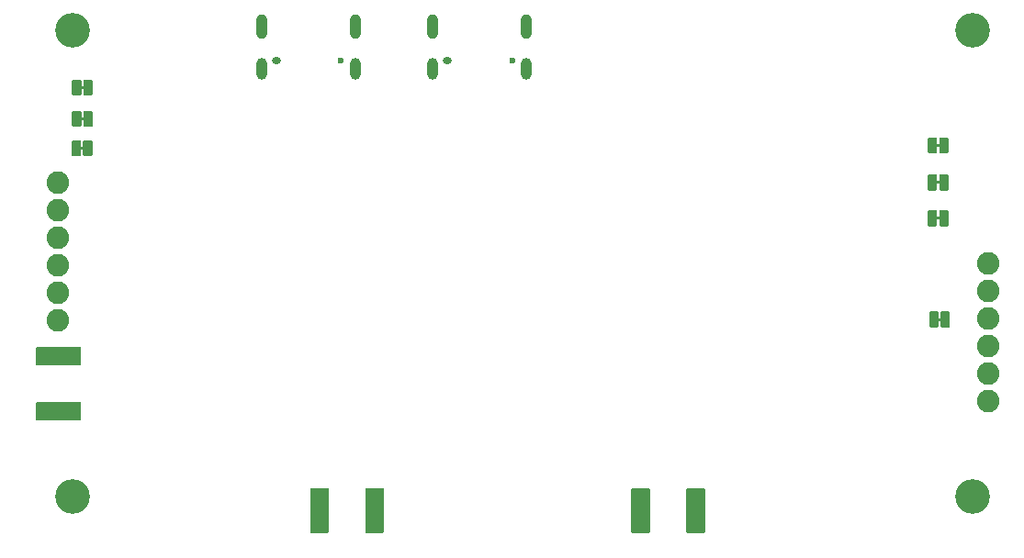
<source format=gbr>
%TF.GenerationSoftware,KiCad,Pcbnew,(5.1.7)-1*%
%TF.CreationDate,2020-10-06T15:51:41+07:00*%
%TF.ProjectId,ublox ZED-F9P (Full feature),75626c6f-7820-45a4-9544-2d4639502028,V1*%
%TF.SameCoordinates,Original*%
%TF.FileFunction,Soldermask,Bot*%
%TF.FilePolarity,Negative*%
%FSLAX46Y46*%
G04 Gerber Fmt 4.6, Leading zero omitted, Abs format (unit mm)*
G04 Created by KiCad (PCBNEW (5.1.7)-1) date 2020-10-06 15:51:41*
%MOMM*%
%LPD*%
G01*
G04 APERTURE LIST*
%ADD10C,0.100000*%
%ADD11O,1.000000X2.300000*%
%ADD12O,0.850000X0.600000*%
%ADD13C,0.600000*%
%ADD14O,1.000000X2.000000*%
%ADD15C,3.200000*%
%ADD16C,2.082800*%
G04 APERTURE END LIST*
D10*
%TO.C,PPS2*%
G36*
X203631800Y-80035400D02*
G01*
X203250800Y-80035400D01*
X203250800Y-80289400D01*
X203631800Y-80289400D01*
X203631800Y-80035400D01*
G37*
%TO.C,RTK2*%
G36*
X203107000Y-67658500D02*
G01*
X203488000Y-67658500D01*
X203488000Y-67404500D01*
X203107000Y-67404500D01*
X203107000Y-67658500D01*
G37*
%TO.C,RTK1*%
G36*
X124201300Y-61805600D02*
G01*
X124582300Y-61805600D01*
X124582300Y-61551600D01*
X124201300Y-61551600D01*
X124201300Y-61805600D01*
G37*
%TO.C,PPS_LED2*%
G36*
X203107000Y-70960500D02*
G01*
X203488000Y-70960500D01*
X203488000Y-70706500D01*
X203107000Y-70706500D01*
X203107000Y-70960500D01*
G37*
%TO.C,PPS_LED1*%
G36*
X124176700Y-64495600D02*
G01*
X124557700Y-64495600D01*
X124557700Y-64241600D01*
X124176700Y-64241600D01*
X124176700Y-64495600D01*
G37*
%TO.C,FENCE2*%
G36*
X203107000Y-64229500D02*
G01*
X203488000Y-64229500D01*
X203488000Y-63975500D01*
X203107000Y-63975500D01*
X203107000Y-64229500D01*
G37*
%TO.C,FENCE1*%
G36*
X124201300Y-58916400D02*
G01*
X124582300Y-58916400D01*
X124582300Y-58662400D01*
X124201300Y-58662400D01*
X124201300Y-58916400D01*
G37*
%TD*%
D11*
%TO.C,P2*%
X156716000Y-53178900D03*
D12*
X158036000Y-56278900D03*
D11*
X165356000Y-53178900D03*
D13*
X164036000Y-56278900D03*
D14*
X165356000Y-57003900D03*
X156716000Y-57003900D03*
%TD*%
D11*
%TO.C,P1*%
X140942600Y-53178900D03*
D12*
X142262600Y-56278900D03*
D11*
X149582600Y-53178900D03*
D13*
X148262600Y-56278900D03*
D14*
X149582600Y-57003900D03*
X140942600Y-57003900D03*
%TD*%
%TO.C,PPS2*%
G36*
G01*
X203352400Y-79527400D02*
X203352400Y-80797400D01*
G75*
G02*
X203250800Y-80899000I-101600J0D01*
G01*
X202590400Y-80899000D01*
G75*
G02*
X202488800Y-80797400I0J101600D01*
G01*
X202488800Y-79527400D01*
G75*
G02*
X202590400Y-79425800I101600J0D01*
G01*
X203250800Y-79425800D01*
G75*
G02*
X203352400Y-79527400I0J-101600D01*
G01*
G37*
G36*
G01*
X204393800Y-79527400D02*
X204393800Y-80797400D01*
G75*
G02*
X204292200Y-80899000I-101600J0D01*
G01*
X203631800Y-80899000D01*
G75*
G02*
X203530200Y-80797400I0J101600D01*
G01*
X203530200Y-79527400D01*
G75*
G02*
X203631800Y-79425800I101600J0D01*
G01*
X204292200Y-79425800D01*
G75*
G02*
X204393800Y-79527400I0J-101600D01*
G01*
G37*
%TD*%
D15*
%TO.C,H4*%
X206500000Y-96500000D03*
%TD*%
%TO.C,H3*%
X206500000Y-53500000D03*
%TD*%
%TO.C,H2*%
X123500000Y-96500000D03*
%TD*%
%TO.C,H1*%
X123500000Y-53500000D03*
%TD*%
%TO.C,RTK2*%
G36*
G01*
X203386400Y-68166500D02*
X203386400Y-66896500D01*
G75*
G02*
X203488000Y-66794900I101600J0D01*
G01*
X204148400Y-66794900D01*
G75*
G02*
X204250000Y-66896500I0J-101600D01*
G01*
X204250000Y-68166500D01*
G75*
G02*
X204148400Y-68268100I-101600J0D01*
G01*
X203488000Y-68268100D01*
G75*
G02*
X203386400Y-68166500I0J101600D01*
G01*
G37*
G36*
G01*
X202345000Y-68166500D02*
X202345000Y-66896500D01*
G75*
G02*
X202446600Y-66794900I101600J0D01*
G01*
X203107000Y-66794900D01*
G75*
G02*
X203208600Y-66896500I0J-101600D01*
G01*
X203208600Y-68166500D01*
G75*
G02*
X203107000Y-68268100I-101600J0D01*
G01*
X202446600Y-68268100D01*
G75*
G02*
X202345000Y-68166500I0J101600D01*
G01*
G37*
%TD*%
%TO.C,RTK1*%
G36*
G01*
X124480700Y-62313600D02*
X124480700Y-61043600D01*
G75*
G02*
X124582300Y-60942000I101600J0D01*
G01*
X125242700Y-60942000D01*
G75*
G02*
X125344300Y-61043600I0J-101600D01*
G01*
X125344300Y-62313600D01*
G75*
G02*
X125242700Y-62415200I-101600J0D01*
G01*
X124582300Y-62415200D01*
G75*
G02*
X124480700Y-62313600I0J101600D01*
G01*
G37*
G36*
G01*
X123439300Y-62313600D02*
X123439300Y-61043600D01*
G75*
G02*
X123540900Y-60942000I101600J0D01*
G01*
X124201300Y-60942000D01*
G75*
G02*
X124302900Y-61043600I0J-101600D01*
G01*
X124302900Y-62313600D01*
G75*
G02*
X124201300Y-62415200I-101600J0D01*
G01*
X123540900Y-62415200D01*
G75*
G02*
X123439300Y-62313600I0J101600D01*
G01*
G37*
%TD*%
%TO.C,PPS_LED2*%
G36*
G01*
X203386400Y-71468500D02*
X203386400Y-70198500D01*
G75*
G02*
X203488000Y-70096900I101600J0D01*
G01*
X204148400Y-70096900D01*
G75*
G02*
X204250000Y-70198500I0J-101600D01*
G01*
X204250000Y-71468500D01*
G75*
G02*
X204148400Y-71570100I-101600J0D01*
G01*
X203488000Y-71570100D01*
G75*
G02*
X203386400Y-71468500I0J101600D01*
G01*
G37*
G36*
G01*
X202345000Y-71468500D02*
X202345000Y-70198500D01*
G75*
G02*
X202446600Y-70096900I101600J0D01*
G01*
X203107000Y-70096900D01*
G75*
G02*
X203208600Y-70198500I0J-101600D01*
G01*
X203208600Y-71468500D01*
G75*
G02*
X203107000Y-71570100I-101600J0D01*
G01*
X202446600Y-71570100D01*
G75*
G02*
X202345000Y-71468500I0J101600D01*
G01*
G37*
%TD*%
%TO.C,PPS_LED1*%
G36*
G01*
X124456100Y-65003600D02*
X124456100Y-63733600D01*
G75*
G02*
X124557700Y-63632000I101600J0D01*
G01*
X125218100Y-63632000D01*
G75*
G02*
X125319700Y-63733600I0J-101600D01*
G01*
X125319700Y-65003600D01*
G75*
G02*
X125218100Y-65105200I-101600J0D01*
G01*
X124557700Y-65105200D01*
G75*
G02*
X124456100Y-65003600I0J101600D01*
G01*
G37*
G36*
G01*
X123414700Y-65003600D02*
X123414700Y-63733600D01*
G75*
G02*
X123516300Y-63632000I101600J0D01*
G01*
X124176700Y-63632000D01*
G75*
G02*
X124278300Y-63733600I0J-101600D01*
G01*
X124278300Y-65003600D01*
G75*
G02*
X124176700Y-65105200I-101600J0D01*
G01*
X123516300Y-65105200D01*
G75*
G02*
X123414700Y-65003600I0J101600D01*
G01*
G37*
%TD*%
D16*
%TO.C,J6*%
X122110500Y-80264000D03*
X122110500Y-77724000D03*
X122110500Y-75184000D03*
X122110500Y-72644000D03*
X122110500Y-70104000D03*
X122110500Y-67564000D03*
%TD*%
%TO.C,J2*%
X207900000Y-87700000D03*
X207900000Y-85160000D03*
X207900000Y-82620000D03*
X207900000Y-80080000D03*
X207900000Y-77540000D03*
X207900000Y-75000000D03*
%TD*%
%TO.C,FENCE2*%
G36*
G01*
X203386400Y-64737500D02*
X203386400Y-63467500D01*
G75*
G02*
X203488000Y-63365900I101600J0D01*
G01*
X204148400Y-63365900D01*
G75*
G02*
X204250000Y-63467500I0J-101600D01*
G01*
X204250000Y-64737500D01*
G75*
G02*
X204148400Y-64839100I-101600J0D01*
G01*
X203488000Y-64839100D01*
G75*
G02*
X203386400Y-64737500I0J101600D01*
G01*
G37*
G36*
G01*
X202345000Y-64737500D02*
X202345000Y-63467500D01*
G75*
G02*
X202446600Y-63365900I101600J0D01*
G01*
X203107000Y-63365900D01*
G75*
G02*
X203208600Y-63467500I0J-101600D01*
G01*
X203208600Y-64737500D01*
G75*
G02*
X203107000Y-64839100I-101600J0D01*
G01*
X202446600Y-64839100D01*
G75*
G02*
X202345000Y-64737500I0J101600D01*
G01*
G37*
%TD*%
%TO.C,FENCE1*%
G36*
G01*
X124480700Y-59424400D02*
X124480700Y-58154400D01*
G75*
G02*
X124582300Y-58052800I101600J0D01*
G01*
X125242700Y-58052800D01*
G75*
G02*
X125344300Y-58154400I0J-101600D01*
G01*
X125344300Y-59424400D01*
G75*
G02*
X125242700Y-59526000I-101600J0D01*
G01*
X124582300Y-59526000D01*
G75*
G02*
X124480700Y-59424400I0J101600D01*
G01*
G37*
G36*
G01*
X123439300Y-59424400D02*
X123439300Y-58154400D01*
G75*
G02*
X123540900Y-58052800I101600J0D01*
G01*
X124201300Y-58052800D01*
G75*
G02*
X124302900Y-58154400I0J-101600D01*
G01*
X124302900Y-59424400D01*
G75*
G02*
X124201300Y-59526000I-101600J0D01*
G01*
X123540900Y-59526000D01*
G75*
G02*
X123439300Y-59424400I0J101600D01*
G01*
G37*
%TD*%
%TO.C,E3*%
G36*
G01*
X176711600Y-95800000D02*
X176711600Y-99800000D01*
G75*
G02*
X176610000Y-99901600I-101600J0D01*
G01*
X175110000Y-99901600D01*
G75*
G02*
X175008400Y-99800000I0J101600D01*
G01*
X175008400Y-95800000D01*
G75*
G02*
X175110000Y-95698400I101600J0D01*
G01*
X176610000Y-95698400D01*
G75*
G02*
X176711600Y-95800000I0J-101600D01*
G01*
G37*
G36*
G01*
X181791600Y-95800000D02*
X181791600Y-99800000D01*
G75*
G02*
X181690000Y-99901600I-101600J0D01*
G01*
X180190000Y-99901600D01*
G75*
G02*
X180088400Y-99800000I0J101600D01*
G01*
X180088400Y-95800000D01*
G75*
G02*
X180190000Y-95698400I101600J0D01*
G01*
X181690000Y-95698400D01*
G75*
G02*
X181791600Y-95800000I0J-101600D01*
G01*
G37*
%TD*%
%TO.C,E2*%
G36*
G01*
X124200000Y-84417600D02*
X120200000Y-84417600D01*
G75*
G02*
X120098400Y-84316000I0J101600D01*
G01*
X120098400Y-82816000D01*
G75*
G02*
X120200000Y-82714400I101600J0D01*
G01*
X124200000Y-82714400D01*
G75*
G02*
X124301600Y-82816000I0J-101600D01*
G01*
X124301600Y-84316000D01*
G75*
G02*
X124200000Y-84417600I-101600J0D01*
G01*
G37*
G36*
G01*
X124200000Y-89497600D02*
X120200000Y-89497600D01*
G75*
G02*
X120098400Y-89396000I0J101600D01*
G01*
X120098400Y-87896000D01*
G75*
G02*
X120200000Y-87794400I101600J0D01*
G01*
X124200000Y-87794400D01*
G75*
G02*
X124301600Y-87896000I0J-101600D01*
G01*
X124301600Y-89396000D01*
G75*
G02*
X124200000Y-89497600I-101600J0D01*
G01*
G37*
%TD*%
%TO.C,E1*%
G36*
G01*
X147111600Y-95800000D02*
X147111600Y-99800000D01*
G75*
G02*
X147010000Y-99901600I-101600J0D01*
G01*
X145510000Y-99901600D01*
G75*
G02*
X145408400Y-99800000I0J101600D01*
G01*
X145408400Y-95800000D01*
G75*
G02*
X145510000Y-95698400I101600J0D01*
G01*
X147010000Y-95698400D01*
G75*
G02*
X147111600Y-95800000I0J-101600D01*
G01*
G37*
G36*
G01*
X152191600Y-95800000D02*
X152191600Y-99800000D01*
G75*
G02*
X152090000Y-99901600I-101600J0D01*
G01*
X150590000Y-99901600D01*
G75*
G02*
X150488400Y-99800000I0J101600D01*
G01*
X150488400Y-95800000D01*
G75*
G02*
X150590000Y-95698400I101600J0D01*
G01*
X152090000Y-95698400D01*
G75*
G02*
X152191600Y-95800000I0J-101600D01*
G01*
G37*
%TD*%
M02*

</source>
